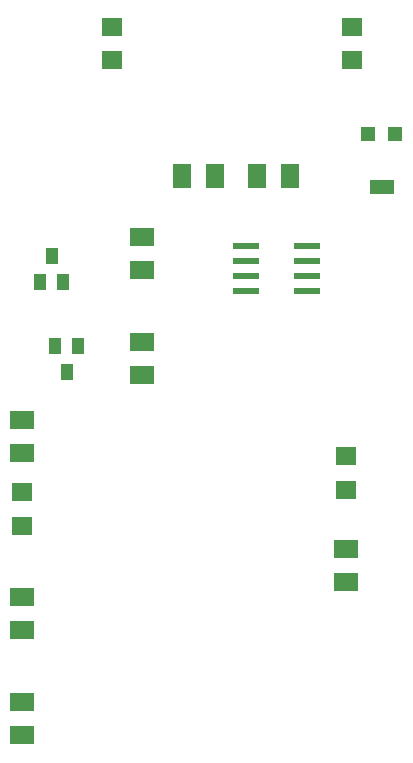
<source format=gbr>
G04 EAGLE Gerber X2 export*
%TF.Part,Single*%
%TF.FileFunction,Paste,Top*%
%TF.FilePolarity,Positive*%
%TF.GenerationSoftware,Autodesk,EAGLE,9.1.1*%
%TF.CreationDate,2018-08-04T18:42:35Z*%
G75*
%MOMM*%
%FSLAX34Y34*%
%LPD*%
%AMOC8*
5,1,8,0,0,1.08239X$1,22.5*%
G01*
%ADD10R,1.800000X1.600000*%
%ADD11R,2.200000X0.600000*%
%ADD12R,1.803000X1.600000*%
%ADD13R,2.000000X1.600000*%
%ADD14R,1.600000X2.000000*%
%ADD15R,1.000000X1.400000*%
%ADD16R,2.000000X1.300000*%
%ADD17R,1.300000X1.300000*%


D10*
X177800Y750600D03*
X177800Y722600D03*
X381000Y750600D03*
X381000Y722600D03*
D11*
X291500Y552450D03*
X343500Y552450D03*
X291500Y565150D03*
X291500Y539750D03*
X291500Y527050D03*
X343500Y565150D03*
X343500Y539750D03*
X343500Y527050D03*
D12*
X375920Y359160D03*
X375920Y387600D03*
X101600Y357120D03*
X101600Y328680D03*
D13*
X203200Y572800D03*
X203200Y544800D03*
X203200Y455900D03*
X203200Y483900D03*
X375920Y280640D03*
X375920Y308640D03*
D14*
X237460Y624840D03*
X265460Y624840D03*
X300960Y624840D03*
X328960Y624840D03*
D13*
X101600Y389860D03*
X101600Y417860D03*
X101600Y240000D03*
X101600Y268000D03*
X101600Y179100D03*
X101600Y151100D03*
D15*
X139700Y458900D03*
X130200Y480900D03*
X149200Y480900D03*
D16*
X406400Y615040D03*
D17*
X394900Y660040D03*
X417900Y660040D03*
D15*
X127000Y557100D03*
X136500Y535100D03*
X117500Y535100D03*
M02*

</source>
